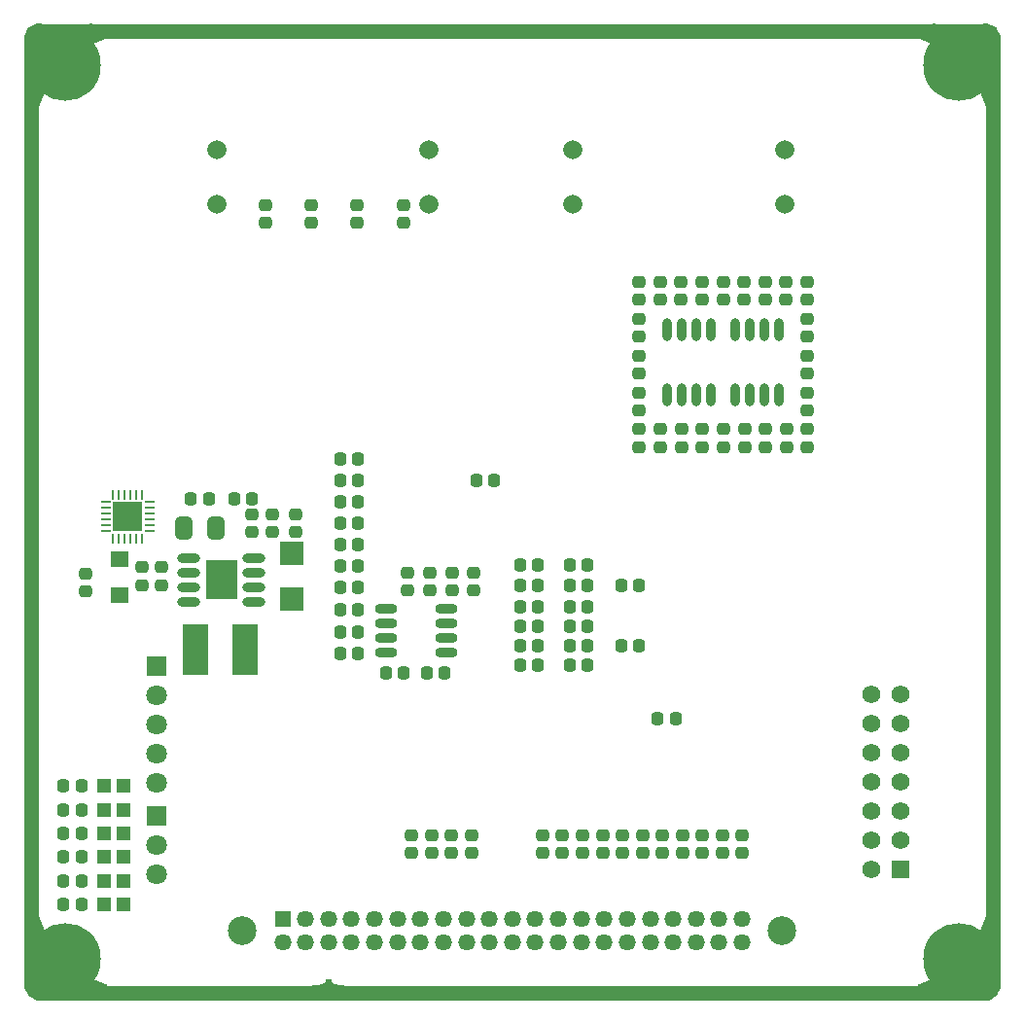
<source format=gbs>
G04*
G04 #@! TF.GenerationSoftware,Altium Limited,Altium Designer,24.1.2 (44)*
G04*
G04 Layer_Color=16711935*
%FSLAX44Y44*%
%MOMM*%
G71*
G04*
G04 #@! TF.SameCoordinates,7A6031A1-F91E-48BD-AA25-0F05F42D70C2*
G04*
G04*
G04 #@! TF.FilePolarity,Negative*
G04*
G01*
G75*
%ADD23C,1.2300*%
G04:AMPARAMS|DCode=69|XSize=1.1532mm|YSize=1.0532mm|CornerRadius=0.3141mm|HoleSize=0mm|Usage=FLASHONLY|Rotation=90.000|XOffset=0mm|YOffset=0mm|HoleType=Round|Shape=RoundedRectangle|*
%AMROUNDEDRECTD69*
21,1,1.1532,0.4250,0,0,90.0*
21,1,0.5250,1.0532,0,0,90.0*
1,1,0.6282,0.2125,0.2625*
1,1,0.6282,0.2125,-0.2625*
1,1,0.6282,-0.2125,-0.2625*
1,1,0.6282,-0.2125,0.2625*
%
%ADD69ROUNDEDRECTD69*%
G04:AMPARAMS|DCode=71|XSize=1.1532mm|YSize=1.0532mm|CornerRadius=0.3141mm|HoleSize=0mm|Usage=FLASHONLY|Rotation=180.000|XOffset=0mm|YOffset=0mm|HoleType=Round|Shape=RoundedRectangle|*
%AMROUNDEDRECTD71*
21,1,1.1532,0.4250,0,0,180.0*
21,1,0.5250,1.0532,0,0,180.0*
1,1,0.6282,-0.2625,0.2125*
1,1,0.6282,0.2625,0.2125*
1,1,0.6282,0.2625,-0.2125*
1,1,0.6282,-0.2625,-0.2125*
%
%ADD71ROUNDEDRECTD71*%
%ADD80O,0.8032X2.0032*%
%ADD92R,2.0032X2.0032*%
%ADD115C,2.5032*%
%ADD116R,1.4612X1.4612*%
%ADD117C,1.4612*%
%ADD118C,1.6612*%
%ADD119C,1.5732*%
%ADD120R,1.5732X1.5732*%
%ADD121C,1.8032*%
%ADD122R,1.8032X1.8032*%
%ADD123C,1.2032*%
%ADD124C,6.2032*%
%ADD151R,2.7178X3.4036*%
%ADD152R,0.2746X0.8048*%
%ADD153R,0.8048X0.2746*%
%ADD154R,2.6500X2.6500*%
%ADD158R,0.3769X0.4877*%
%ADD159R,0.8704X0.4005*%
%ADD160R,0.7127X0.4784*%
%ADD161R,0.5175X0.4406*%
%ADD162R,1.5032X1.3532*%
G04:AMPARAMS|DCode=163|XSize=1.8432mm|YSize=0.7932mm|CornerRadius=0.2491mm|HoleSize=0mm|Usage=FLASHONLY|Rotation=0.000|XOffset=0mm|YOffset=0mm|HoleType=Round|Shape=RoundedRectangle|*
%AMROUNDEDRECTD163*
21,1,1.8432,0.2950,0,0,0.0*
21,1,1.3450,0.7932,0,0,0.0*
1,1,0.4982,0.6725,-0.1475*
1,1,0.4982,-0.6725,-0.1475*
1,1,0.4982,-0.6725,0.1475*
1,1,0.4982,0.6725,0.1475*
%
%ADD163ROUNDEDRECTD163*%
%ADD164R,2.2032X4.4032*%
%ADD165O,2.0032X0.8032*%
G04:AMPARAMS|DCode=166|XSize=1.9532mm|YSize=1.4532mm|CornerRadius=0.3454mm|HoleSize=0mm|Usage=FLASHONLY|Rotation=270.000|XOffset=0mm|YOffset=0mm|HoleType=Round|Shape=RoundedRectangle|*
%AMROUNDEDRECTD166*
21,1,1.9532,0.7625,0,0,270.0*
21,1,1.2625,1.4532,0,0,270.0*
1,1,0.6907,-0.3813,-0.6313*
1,1,0.6907,-0.3813,0.6313*
1,1,0.6907,0.3813,0.6313*
1,1,0.6907,0.3813,-0.6313*
%
%ADD166ROUNDEDRECTD166*%
%ADD167R,1.3000X1.2000*%
G36*
X72648Y837500D02*
X60019Y831975D01*
X36000Y840536D01*
X16458Y833570D01*
X9459Y814000D01*
X18057Y789957D01*
X12506Y777344D01*
X206Y791390D01*
X5266Y814000D01*
X206Y836610D01*
X11965Y837939D01*
Y837959D01*
X12003Y837997D01*
X12081Y837997D01*
X13429Y849800D01*
X36000Y844737D01*
X58571Y849800D01*
X72648Y837500D01*
D02*
G37*
G36*
X18057Y60043D02*
X9459Y36000D01*
X16457Y16430D01*
X36000Y9464D01*
X60019Y18026D01*
X72648Y12500D01*
X58571Y200D01*
X57750Y267D01*
X56450Y468D01*
X46447Y2607D01*
X36000Y5135D01*
X25553Y2607D01*
X15550Y468D01*
X14250Y267D01*
X13429Y200D01*
X12068Y11965D01*
X12041D01*
X12003Y12003D01*
X12003Y12081D01*
X206Y13390D01*
X5266Y36000D01*
X206Y58610D01*
X12506Y72656D01*
X18057Y60043D01*
D02*
G37*
G36*
X267663Y16615D02*
X268032Y15752D01*
X268647Y14990D01*
X269508Y14329D01*
X270615Y13770D01*
X271968Y13313D01*
X273567Y12958D01*
X277503Y12551D01*
X279840Y12500D01*
X265000Y200D01*
X250160Y12500D01*
X252497Y12551D01*
X254588Y12703D01*
X256433Y12958D01*
X258032Y13313D01*
X259385Y13770D01*
X260492Y14329D01*
X261353Y14990D01*
X261968Y15752D01*
X262337Y16615D01*
X262460Y17580D01*
X267540D01*
X267663Y16615D01*
D02*
G37*
G36*
X849806Y58532D02*
X849739Y57706D01*
X849538Y56401D01*
X847395Y46399D01*
X844871Y36000D01*
X847395Y25601D01*
X849538Y15599D01*
X849739Y14294D01*
X849806Y13468D01*
X838035Y12063D01*
Y12041D01*
X837997Y12003D01*
X837924Y12003D01*
X836571Y200D01*
X835750Y267D01*
X834449Y468D01*
X824447Y2607D01*
X814000Y5135D01*
X803553Y2607D01*
X793551Y468D01*
X792250Y267D01*
X791430Y200D01*
X777352Y12500D01*
X789981Y18025D01*
X814000Y9464D01*
X833583Y16444D01*
X840530Y36000D01*
X832006Y59995D01*
X837506Y72641D01*
X849806Y58532D01*
D02*
G37*
G36*
X837944Y838035D02*
X837959D01*
X837997Y837997D01*
X837997Y837917D01*
X849806Y836531D01*
X849739Y835705D01*
X849538Y834400D01*
X847395Y824398D01*
X844871Y814000D01*
X847395Y803602D01*
X849538Y793599D01*
X849739Y792295D01*
X849806Y791469D01*
X837506Y777359D01*
X832007Y790005D01*
X840530Y814000D01*
X833584Y833555D01*
X814000Y840536D01*
X789981Y831974D01*
X777352Y837500D01*
X791429Y849800D01*
X814000Y844737D01*
X836571Y849800D01*
X837944Y838035D01*
D02*
G37*
D23*
X12006Y843650D02*
G03*
X6356Y838012I0J-5650D01*
G01*
X6356Y12000D02*
G03*
X11994Y6350I5650J0D01*
G01*
X838006Y6350D02*
G03*
X843656Y11988I0J5650D01*
G01*
X843656Y838000D02*
G03*
X838024Y843650I-5650J0D01*
G01*
X6356Y155503D02*
Y415503D01*
X843656Y706779D02*
Y837975D01*
X843656Y696779D02*
X843656Y706779D01*
X843656Y426780D02*
Y696779D01*
X843656Y416780D02*
X843656Y426780D01*
X843656Y156780D02*
Y416780D01*
X843656Y146780D02*
X843656Y156780D01*
X843656Y12000D02*
Y146780D01*
X700857Y6350D02*
X837981D01*
X690857Y6350D02*
X700857Y6350D01*
X430857Y6350D02*
X690857D01*
X706321Y843650D02*
X838006D01*
X696321Y843650D02*
X706321Y843650D01*
X426322Y843650D02*
X696321D01*
X416322Y843650D02*
X426322Y843650D01*
X156323Y843650D02*
X416322D01*
X146323Y843650D02*
X156323Y843650D01*
X12024Y843650D02*
X146323D01*
X420857Y6350D02*
X430857Y6350D01*
X265000Y6350D02*
X420857D01*
X12006Y6350D02*
X140858D01*
X150858Y6350D01*
X265000D01*
X6356Y705502D02*
Y838000D01*
X6356Y695502D02*
X6356Y705502D01*
X6356Y425503D02*
Y695502D01*
X6356Y415503D02*
X6356Y425503D01*
X6356Y145503D02*
X6356Y155503D01*
X6356Y12025D02*
Y145503D01*
D69*
X315144Y284416D02*
D03*
X330644D02*
D03*
X350704D02*
D03*
X366204D02*
D03*
X275104Y301248D02*
D03*
X290604D02*
D03*
X290780Y320040D02*
D03*
X275280D02*
D03*
X275280Y339957D02*
D03*
X290780D02*
D03*
X198484Y436212D02*
D03*
X182984D02*
D03*
X160755Y436071D02*
D03*
X145255D02*
D03*
X290780Y358702D02*
D03*
X275280D02*
D03*
X275280Y377447D02*
D03*
X290780D02*
D03*
X275280Y396059D02*
D03*
X290780D02*
D03*
X275280Y414937D02*
D03*
X290780D02*
D03*
X275280Y433682D02*
D03*
X290780D02*
D03*
X290780Y452427D02*
D03*
X275280D02*
D03*
Y471172D02*
D03*
X290780D02*
D03*
X551517Y245146D02*
D03*
X567017D02*
D03*
X475219Y360423D02*
D03*
X490719D02*
D03*
Y342366D02*
D03*
X475219D02*
D03*
X490719Y325271D02*
D03*
X475219D02*
D03*
X490719Y308177D02*
D03*
X475219D02*
D03*
X490719Y291083D02*
D03*
X475219D02*
D03*
X490719Y378355D02*
D03*
X475219D02*
D03*
X447456Y291083D02*
D03*
X431956D02*
D03*
X447456Y308177D02*
D03*
X431956D02*
D03*
X447456Y325271D02*
D03*
X431956D02*
D03*
X447456Y342366D02*
D03*
X431956D02*
D03*
X431958Y360781D02*
D03*
X447458D02*
D03*
Y378231D02*
D03*
X431958D02*
D03*
X535250Y308177D02*
D03*
X519750D02*
D03*
X535250Y360423D02*
D03*
X519750D02*
D03*
X393750Y452500D02*
D03*
X409250D02*
D03*
X34160Y82804D02*
D03*
X49660D02*
D03*
X34160Y103497D02*
D03*
X49660D02*
D03*
X34160Y124189D02*
D03*
X49660D02*
D03*
X34160Y144881D02*
D03*
X49660D02*
D03*
X34160Y186265D02*
D03*
X49660D02*
D03*
X34160Y165573D02*
D03*
X49660D02*
D03*
D71*
X210000Y691910D02*
D03*
Y676410D02*
D03*
X250000D02*
D03*
Y691910D02*
D03*
X290000Y676410D02*
D03*
Y691910D02*
D03*
X330454D02*
D03*
Y676410D02*
D03*
X53866Y355470D02*
D03*
Y370970D02*
D03*
X119444Y361106D02*
D03*
Y376606D02*
D03*
X102966Y361007D02*
D03*
Y376507D02*
D03*
X353138Y356550D02*
D03*
Y372050D02*
D03*
X391393D02*
D03*
Y356550D02*
D03*
X372266D02*
D03*
Y372050D02*
D03*
X334010D02*
D03*
Y356550D02*
D03*
X337227Y143240D02*
D03*
Y127740D02*
D03*
X354587D02*
D03*
Y143240D02*
D03*
X371947Y127740D02*
D03*
Y143240D02*
D03*
X389308Y143240D02*
D03*
Y127740D02*
D03*
X451395Y127740D02*
D03*
Y143240D02*
D03*
X468756Y127740D02*
D03*
Y143240D02*
D03*
X486116Y143240D02*
D03*
Y127740D02*
D03*
X503477Y143240D02*
D03*
Y127740D02*
D03*
X520837Y143240D02*
D03*
Y127740D02*
D03*
X538197Y127740D02*
D03*
Y143240D02*
D03*
X555558Y143240D02*
D03*
Y127740D02*
D03*
X572918Y143240D02*
D03*
Y127740D02*
D03*
X590279Y127740D02*
D03*
Y143240D02*
D03*
X607639Y143240D02*
D03*
Y127740D02*
D03*
X624999Y143240D02*
D03*
Y127740D02*
D03*
X216370Y407361D02*
D03*
Y422861D02*
D03*
X236504Y422750D02*
D03*
Y407250D02*
D03*
X681860Y513316D02*
D03*
Y528816D02*
D03*
Y545433D02*
D03*
Y560933D02*
D03*
X681860Y593050D02*
D03*
Y577550D02*
D03*
X535544Y528816D02*
D03*
Y513316D02*
D03*
X535544Y545433D02*
D03*
Y560933D02*
D03*
Y577550D02*
D03*
Y593050D02*
D03*
X535544Y481200D02*
D03*
Y496700D02*
D03*
X553740D02*
D03*
Y481200D02*
D03*
X572060Y481200D02*
D03*
Y496700D02*
D03*
X590381Y481200D02*
D03*
Y496700D02*
D03*
X608827Y481200D02*
D03*
Y496700D02*
D03*
X627147Y481200D02*
D03*
Y496700D02*
D03*
X645343Y481200D02*
D03*
Y496700D02*
D03*
X663664Y481200D02*
D03*
Y496700D02*
D03*
X681984Y496700D02*
D03*
Y481200D02*
D03*
X535419Y625166D02*
D03*
Y609666D02*
D03*
X553833Y625166D02*
D03*
Y609666D02*
D03*
X571998Y625166D02*
D03*
Y609666D02*
D03*
X590287Y625166D02*
D03*
Y609666D02*
D03*
X608577Y625166D02*
D03*
Y609666D02*
D03*
X626866Y625166D02*
D03*
Y609666D02*
D03*
X645281Y625166D02*
D03*
Y609666D02*
D03*
X681859Y625166D02*
D03*
Y609666D02*
D03*
X663445Y609666D02*
D03*
Y625166D02*
D03*
X198611Y422861D02*
D03*
Y407361D02*
D03*
D80*
X597644Y527031D02*
D03*
X584944D02*
D03*
X572243D02*
D03*
X559543D02*
D03*
X597644Y583531D02*
D03*
X584944D02*
D03*
X572243D02*
D03*
X559543D02*
D03*
X657334Y527031D02*
D03*
X644633D02*
D03*
X631934D02*
D03*
X619234D02*
D03*
X657334Y583531D02*
D03*
X644633D02*
D03*
X631934D02*
D03*
X619234D02*
D03*
D92*
X232733Y388601D02*
D03*
Y348601D02*
D03*
D115*
X660000Y60000D02*
D03*
X190000D02*
D03*
D116*
X225000Y70000D02*
D03*
D117*
Y50000D02*
D03*
X245000Y70000D02*
D03*
Y50000D02*
D03*
X265000Y70000D02*
D03*
Y50000D02*
D03*
X285000Y70000D02*
D03*
Y50000D02*
D03*
X305000Y70000D02*
D03*
Y50000D02*
D03*
X325000Y70000D02*
D03*
Y50000D02*
D03*
X345000Y70000D02*
D03*
Y50000D02*
D03*
X365000Y70000D02*
D03*
Y50000D02*
D03*
X385000Y70000D02*
D03*
Y50000D02*
D03*
X405000Y70000D02*
D03*
Y50000D02*
D03*
X425000Y70000D02*
D03*
Y50000D02*
D03*
X445000Y70000D02*
D03*
Y50000D02*
D03*
X465000Y70000D02*
D03*
Y50000D02*
D03*
X485000Y70000D02*
D03*
Y50000D02*
D03*
X505000Y70000D02*
D03*
Y50000D02*
D03*
X525000Y70000D02*
D03*
Y50000D02*
D03*
X545000Y70000D02*
D03*
Y50000D02*
D03*
X565000Y70000D02*
D03*
Y50000D02*
D03*
X585000Y70000D02*
D03*
Y50000D02*
D03*
X605000Y70000D02*
D03*
Y50000D02*
D03*
X625000Y70000D02*
D03*
Y50000D02*
D03*
D118*
X477500Y740000D02*
D03*
X662500D02*
D03*
X477500Y692500D02*
D03*
X662500D02*
D03*
X167500Y740000D02*
D03*
X352500D02*
D03*
X167500Y692500D02*
D03*
X352500D02*
D03*
D119*
X762700Y215400D02*
D03*
Y190000D02*
D03*
X737300Y266200D02*
D03*
X762700D02*
D03*
X737300Y240800D02*
D03*
X762700D02*
D03*
X737300Y215400D02*
D03*
Y190000D02*
D03*
Y164600D02*
D03*
X762700D02*
D03*
X737300Y139200D02*
D03*
X762700D02*
D03*
X737300Y113800D02*
D03*
D120*
X762700D02*
D03*
D121*
X115316Y109728D02*
D03*
Y135128D02*
D03*
Y188516D02*
D03*
Y213916D02*
D03*
Y239316D02*
D03*
Y264716D02*
D03*
D122*
Y160528D02*
D03*
Y290116D02*
D03*
D123*
X19560Y52440D02*
D03*
X52440Y19560D02*
D03*
X19560D02*
D03*
X52440Y52440D02*
D03*
X59250Y36000D02*
D03*
X36000Y13140D02*
D03*
X12750Y36000D02*
D03*
X36000Y59250D02*
D03*
Y837250D02*
D03*
X12750Y814000D02*
D03*
X36000Y791140D02*
D03*
X59250Y814000D02*
D03*
X52440Y830440D02*
D03*
X19560Y797560D02*
D03*
X52440D02*
D03*
X19560Y830440D02*
D03*
X797560D02*
D03*
X830440Y797560D02*
D03*
X797560D02*
D03*
X830440Y830440D02*
D03*
X837250Y814000D02*
D03*
X814000Y791140D02*
D03*
X790750Y814000D02*
D03*
X814000Y837250D02*
D03*
Y59250D02*
D03*
X790750Y36000D02*
D03*
X814000Y13140D02*
D03*
X837250Y36000D02*
D03*
X830440Y52440D02*
D03*
X797560Y19560D02*
D03*
X830440D02*
D03*
X797560Y52440D02*
D03*
D124*
X36000Y36000D02*
D03*
Y814000D02*
D03*
X814000D02*
D03*
Y36000D02*
D03*
D151*
X171657Y365732D02*
D03*
D152*
X77430Y439726D02*
D03*
X82430D02*
D03*
X87430D02*
D03*
X92430D02*
D03*
X97430D02*
D03*
X102430D02*
D03*
Y401678D02*
D03*
X97430D02*
D03*
X92430D02*
D03*
X87430D02*
D03*
X82430D02*
D03*
X77430D02*
D03*
D153*
X108954Y433202D02*
D03*
Y428202D02*
D03*
Y423202D02*
D03*
Y418202D02*
D03*
Y413202D02*
D03*
Y408202D02*
D03*
X70906D02*
D03*
Y413202D02*
D03*
Y418202D02*
D03*
Y423202D02*
D03*
Y428202D02*
D03*
Y433202D02*
D03*
D154*
X89930Y420702D02*
D03*
D158*
X14117Y835558D02*
D03*
D159*
X15211Y13999D02*
D03*
D160*
X834439Y14389D02*
D03*
D161*
X835453Y835831D02*
D03*
D162*
X82816Y383720D02*
D03*
Y352720D02*
D03*
D163*
X315280Y302260D02*
D03*
Y314960D02*
D03*
Y327660D02*
D03*
Y340360D02*
D03*
X367980D02*
D03*
Y327660D02*
D03*
Y314960D02*
D03*
Y302260D02*
D03*
D164*
X192400Y304720D02*
D03*
X149000D02*
D03*
D165*
X143410Y346376D02*
D03*
Y359076D02*
D03*
Y371776D02*
D03*
Y384476D02*
D03*
X199910Y346376D02*
D03*
Y359076D02*
D03*
Y371776D02*
D03*
Y384476D02*
D03*
D166*
X166905Y410746D02*
D03*
X138905D02*
D03*
D167*
X69232Y165573D02*
D03*
X86232D02*
D03*
X69232Y186265D02*
D03*
X86232D02*
D03*
X69232Y144881D02*
D03*
X86232D02*
D03*
X69232Y124189D02*
D03*
X86232D02*
D03*
X69232Y103497D02*
D03*
X86232D02*
D03*
X69232Y82804D02*
D03*
X86232D02*
D03*
M02*

</source>
